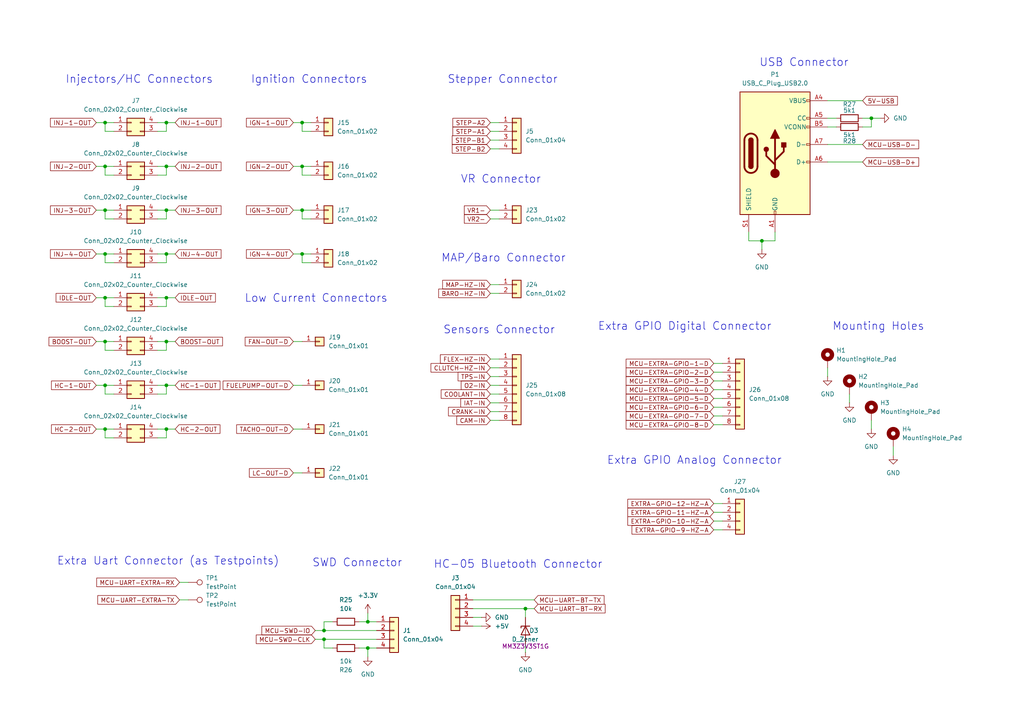
<source format=kicad_sch>
(kicad_sch (version 20250114) (generator "eeschema") (generator_version "9.0")
  (paper "A4")
  (title_block (title "0.4") (date "2021-03-27") (rev "4d") (company "Speeduino"))
  (lib_symbols
    (symbol "Connector:TestPoint" (pin_numbers (hide yes)) (pin_names (offset 0.762) (hide yes))
      (property "Reference" "TP" (at 0 6.858 0))
      (property "Value" "TestPoint" (at 0 5.08 0))
      (symbol "TestPoint_0_1"
        (circle (center 0 3.302) (radius 0.762))
      )
      (symbol "TestPoint_1_1"
        (pin passive line (at 0 0 90) (length 2.54) (name "1") (number "1"))
      )
    )
    (symbol "Connector:USB_C_Plug_USB2.0" (pin_names (offset 1.016))
      (property "Reference" "P" (at -10.16 19.05 0))
      (property "Value" "USB_C_Plug_USB2.0" (at 12.7 19.05 0))
      (symbol "USB_C_Plug_USB2.0_0_0"
        (rectangle (start -0.254 -17.78) (end 0.254 -16.764))
        (rectangle (start 10.16 15.494) (end 9.144 14.986))
        (rectangle (start 10.16 10.414) (end 9.144 9.906))
        (rectangle (start 10.16 7.874) (end 9.144 7.366))
        (rectangle (start 10.16 2.794) (end 9.144 2.286))
        (rectangle (start 10.16 -2.286) (end 9.144 -2.794))
      )
      (symbol "USB_C_Plug_USB2.0_0_1"
        (rectangle (start -10.16 17.78) (end 10.16 -17.78) (stroke (width 0.254)) (fill (type background)))
        (polyline (pts (xy -8.89 -3.81) (xy -8.89 3.81)) (stroke (width 0.508)))
        (rectangle (start -7.62 -3.81) (end -6.35 3.81) (stroke (width 0.254)) (fill (type outline)))
        (arc (start -7.62 3.81) (mid -6.985 4.4423) (end -6.35 3.81) (stroke (width 0.254)))
        (arc (start -7.62 3.81) (mid -6.985 4.4423) (end -6.35 3.81) (stroke (width 0.254)) (fill (type outline)))
        (arc (start -8.89 3.81) (mid -6.985 5.7067) (end -5.08 3.81) (stroke (width 0.508)))
        (arc (start -5.08 -3.81) (mid -6.985 -5.7067) (end -8.89 -3.81) (stroke (width 0.508)))
        (arc (start -6.35 -3.81) (mid -6.985 -4.4423) (end -7.62 -3.81) (stroke (width 0.254)))
        (arc (start -6.35 -3.81) (mid -6.985 -4.4423) (end -7.62 -3.81) (stroke (width 0.254)) (fill (type outline)))
        (polyline (pts (xy -5.08 3.81) (xy -5.08 -3.81)) (stroke (width 0.508)))
        (circle (center -2.54 1.143) (radius 0.635) (stroke (width 0.254)) (fill (type outline)))
        (polyline (pts (xy -1.27 4.318) (xy 0 6.858) (xy 1.27 4.318) (xy -1.27 4.318)) (stroke (width 0.254)) (fill (type outline)))
        (polyline (pts (xy 0 -2.032) (xy 2.54 0.508) (xy 2.54 1.778)) (stroke (width 0.508)))
        (polyline (pts (xy 0 -3.302) (xy -2.54 -0.762) (xy -2.54 0.508)) (stroke (width 0.508)))
        (polyline (pts (xy 0 -5.842) (xy 0 4.318)) (stroke (width 0.508)))
        (circle (center 0 -5.842) (radius 1.27) (fill (type outline)))
        (rectangle (start 1.905 1.778) (end 3.175 3.048) (stroke (width 0.254)) (fill (type outline)))
      )
      (symbol "USB_C_Plug_USB2.0_1_1"
        (pin passive line (at -7.62 -22.86 90) (length 5.08) (name "SHIELD") (number "S1"))
        (pin passive line (at 0 -22.86 90) (length 5.08) (name "GND") (number "A1"))
        (pin passive line (at 0 -22.86 90) (length 5.08) (hide yes) (name "GND") (number "A12"))
        (pin passive line (at 0 -22.86 90) (length 5.08) (hide yes) (name "GND") (number "B1"))
        (pin passive line (at 0 -22.86 90) (length 5.08) (hide yes) (name "GND") (number "B12"))
        (pin passive line (at 15.24 15.24 180) (length 5.08) (name "VBUS") (number "A4"))
        (pin passive line (at 15.24 15.24 180) (length 5.08) (hide yes) (name "VBUS") (number "A9"))
        (pin passive line (at 15.24 15.24 180) (length 5.08) (hide yes) (name "VBUS") (number "B4"))
        (pin passive line (at 15.24 15.24 180) (length 5.08) (hide yes) (name "VBUS") (number "B9"))
        (pin bidirectional line (at 15.24 10.16 180) (length 5.08) (name "CC") (number "A5"))
        (pin bidirectional line (at 15.24 7.62 180) (length 5.08) (name "VCONN") (number "B5"))
        (pin bidirectional line (at 15.24 2.54 180) (length 5.08) (name "D-") (number "A7"))
        (pin bidirectional line (at 15.24 -2.54 180) (length 5.08) (name "D+") (number "A6"))
      )
    )
    (symbol "Connector_Generic:Conn_01x01" (pin_names (offset 1.016) (hide yes))
      (property "Reference" "J" (at 0 2.54 0))
      (property "Value" "Conn_01x01" (at 0 -2.54 0))
      (symbol "Conn_01x01_1_1"
        (rectangle (start -1.27 1.27) (end 1.27 -1.27) (stroke (width 0.254)) (fill (type background)))
        (rectangle (start -1.27 0.127) (end 0 -0.127) (stroke (width 0.1524)))
        (pin passive line (at -5.08 0 0) (length 3.81) (name "Pin_1") (number "1"))
      )
    )
    (symbol "Connector_Generic:Conn_01x02" (pin_names (offset 1.016) (hide yes))
      (property "Reference" "J" (at 0 2.54 0))
      (property "Value" "Conn_01x02" (at 0 -5.08 0))
      (symbol "Conn_01x02_1_1"
        (rectangle (start -1.27 1.27) (end 1.27 -3.81) (stroke (width 0.254)) (fill (type background)))
        (rectangle (start -1.27 0.127) (end 0 -0.127) (stroke (width 0.1524)))
        (rectangle (start -1.27 -2.413) (end 0 -2.667) (stroke (width 0.1524)))
        (pin passive line (at -5.08 0 0) (length 3.81) (name "Pin_1") (number "1"))
        (pin passive line (at -5.08 -2.54 0) (length 3.81) (name "Pin_2") (number "2"))
      )
    )
    (symbol "Connector_Generic:Conn_01x04" (pin_names (offset 1.016) (hide yes))
      (property "Reference" "J" (at 0 5.08 0))
      (property "Value" "Conn_01x04" (at 0 -7.62 0))
      (symbol "Conn_01x04_1_1"
        (rectangle (start -1.27 3.81) (end 1.27 -6.35) (stroke (width 0.254)) (fill (type background)))
        (rectangle (start -1.27 2.667) (end 0 2.413) (stroke (width 0.1524)))
        (rectangle (start -1.27 0.127) (end 0 -0.127) (stroke (width 0.1524)))
        (rectangle (start -1.27 -2.413) (end 0 -2.667) (stroke (width 0.1524)))
        (rectangle (start -1.27 -4.953) (end 0 -5.207) (stroke (width 0.1524)))
        (pin passive line (at -5.08 2.54 0) (length 3.81) (name "Pin_1") (number "1"))
        (pin passive line (at -5.08 0 0) (length 3.81) (name "Pin_2") (number "2"))
        (pin passive line (at -5.08 -2.54 0) (length 3.81) (name "Pin_3") (number "3"))
        (pin passive line (at -5.08 -5.08 0) (length 3.81) (name "Pin_4") (number "4"))
      )
    )
    (symbol "Connector_Generic:Conn_01x08" (pin_names (offset 1.016) (hide yes))
      (property "Reference" "J" (at 0 10.16 0))
      (property "Value" "Conn_01x08" (at 0 -12.7 0))
      (symbol "Conn_01x08_1_1"
        (rectangle (start -1.27 8.89) (end 1.27 -11.43) (stroke (width 0.254)) (fill (type background)))
        (rectangle (start -1.27 7.747) (end 0 7.493) (stroke (width 0.1524)))
        (rectangle (start -1.27 5.207) (end 0 4.953) (stroke (width 0.1524)))
        (rectangle (start -1.27 2.667) (end 0 2.413) (stroke (width 0.1524)))
        (rectangle (start -1.27 0.127) (end 0 -0.127) (stroke (width 0.1524)))
        (rectangle (start -1.27 -2.413) (end 0 -2.667) (stroke (width 0.1524)))
        (rectangle (start -1.27 -4.953) (end 0 -5.207) (stroke (width 0.1524)))
        (rectangle (start -1.27 -7.493) (end 0 -7.747) (stroke (width 0.1524)))
        (rectangle (start -1.27 -10.033) (end 0 -10.287) (stroke (width 0.1524)))
        (pin passive line (at -5.08 7.62 0) (length 3.81) (name "Pin_1") (number "1"))
        (pin passive line (at -5.08 5.08 0) (length 3.81) (name "Pin_2") (number "2"))
        (pin passive line (at -5.08 2.54 0) (length 3.81) (name "Pin_3") (number "3"))
        (pin passive line (at -5.08 0 0) (length 3.81) (name "Pin_4") (number "4"))
        (pin passive line (at -5.08 -2.54 0) (length 3.81) (name "Pin_5") (number "5"))
        (pin passive line (at -5.08 -5.08 0) (length 3.81) (name "Pin_6") (number "6"))
        (pin passive line (at -5.08 -7.62 0) (length 3.81) (name "Pin_7") (number "7"))
        (pin passive line (at -5.08 -10.16 0) (length 3.81) (name "Pin_8") (number "8"))
      )
    )
    (symbol "Connector_Generic:Conn_02x02_Counter_Clockwise" (pin_names (offset 1.016) (hide yes))
      (property "Reference" "J" (at 1.27 2.54 0))
      (property "Value" "Conn_02x02_Counter_Clockwise" (at 1.27 -5.08 0))
      (symbol "Conn_02x02_Counter_Clockwise_1_1"
        (rectangle (start -1.27 1.27) (end 3.81 -3.81) (stroke (width 0.254)) (fill (type background)))
        (rectangle (start -1.27 0.127) (end 0 -0.127) (stroke (width 0.1524)))
        (rectangle (start -1.27 -2.413) (end 0 -2.667) (stroke (width 0.1524)))
        (rectangle (start 3.81 0.127) (end 2.54 -0.127) (stroke (width 0.1524)))
        (rectangle (start 3.81 -2.413) (end 2.54 -2.667) (stroke (width 0.1524)))
        (pin passive line (at -5.08 0 0) (length 3.81) (name "Pin_1") (number "1"))
        (pin passive line (at -5.08 -2.54 0) (length 3.81) (name "Pin_2") (number "2"))
        (pin passive line (at 7.62 0 180) (length 3.81) (name "Pin_4") (number "4"))
        (pin passive line (at 7.62 -2.54 180) (length 3.81) (name "Pin_3") (number "3"))
      )
    )
    (symbol "Device:D_Zener" (pin_numbers (hide yes)) (pin_names (offset 1.016) (hide yes))
      (property "Reference" "D" (at 0 2.54 0))
      (property "Value" "D_Zener" (at 0 -2.54 0))
      (symbol "D_Zener_0_1"
        (polyline (pts (xy -1.27 -1.27) (xy -1.27 1.27) (xy -0.762 1.27)) (stroke (width 0.254)))
        (polyline (pts (xy 1.27 0) (xy -1.27 0)))
        (polyline (pts (xy 1.27 -1.27) (xy 1.27 1.27) (xy -1.27 0) (xy 1.27 -1.27)) (stroke (width 0.254)))
      )
      (symbol "D_Zener_1_1"
        (pin passive line (at -3.81 0 0) (length 2.54) (name "K") (number "1"))
        (pin passive line (at 3.81 0 180) (length 2.54) (name "A") (number "2"))
      )
    )
    (symbol "Device:R" (pin_numbers (hide yes)) (pin_names (offset 0))
      (property "Reference" "R" (at 2.032 0 90))
      (property "Value" "R" (at 0 0 90))
      (symbol "R_0_1"
        (rectangle (start -1.016 -2.54) (end 1.016 2.54) (stroke (width 0.254)))
      )
      (symbol "R_1_1"
        (pin passive line (at 0 3.81 270) (length 1.27) (name "~") (number "1"))
        (pin passive line (at 0 -3.81 90) (length 1.27) (name "~") (number "2"))
      )
    )
    (symbol "Mechanical:MountingHole_Pad" (pin_numbers (hide yes)) (pin_names (offset 1.016) (hide yes)) (in_bom no)
      (property "Reference" "H" (at 0 6.35 0))
      (property "Value" "MountingHole_Pad" (at 0 4.445 0))
      (symbol "MountingHole_Pad_0_1"
        (circle (center 0 1.27) (radius 1.27) (stroke (width 1.27)))
      )
      (symbol "MountingHole_Pad_1_1"
        (pin input line (at 0 -2.54 90) (length 2.54) (name "1") (number "1"))
      )
    )
    (symbol "power:+3.3V" (power) (pin_numbers (hide yes)) (pin_names (offset 0) (hide yes))
      (property "Value" "+3.3V" (at 0 3.556 0))
      (symbol "+3.3V_0_1"
        (polyline (pts (xy -0.762 1.27) (xy 0 2.54)))
        (polyline (pts (xy 0 2.54) (xy 0.762 1.27)))
        (polyline (pts (xy 0 0) (xy 0 2.54)))
      )
      (symbol "+3.3V_1_1"
        (pin power_in line (at 0 0 90) (length 0) (name "~") (number "1"))
      )
    )
    (symbol "power:+5V" (power) (pin_numbers (hide yes)) (pin_names (offset 0) (hide yes))
      (property "Value" "+5V" (at 0 3.556 0))
      (symbol "+5V_0_1"
        (polyline (pts (xy -0.762 1.27) (xy 0 2.54)))
        (polyline (pts (xy 0 2.54) (xy 0.762 1.27)))
        (polyline (pts (xy 0 0) (xy 0 2.54)))
      )
      (symbol "+5V_1_1"
        (pin power_in line (at 0 0 90) (length 0) (name "~") (number "1"))
      )
    )
    (symbol "power:GND" (power) (pin_numbers (hide yes)) (pin_names (offset 0) (hide yes))
      (property "Value" "GND" (at 0 -3.81 0))
      (symbol "GND_0_1"
        (polyline (pts (xy 0 0) (xy 0 -1.27) (xy 1.27 -1.27) (xy 0 -2.54) (xy -1.27 -1.27) (xy 0 -1.27)))
      )
      (symbol "GND_1_1"
        (pin power_in line (at 0 0 270) (length 0) (name "~") (number "1"))
      )
    )
  )
  (text "Extra GPIO Analog Connector" (at 201.422 133.604 0) (effects (font (size 2.286 2.286))))
  (text "Injectors/HC Connectors" (at 40.386 23.114 0) (effects (font (size 2.286 2.286))))
  (text "Stepper Connector" (at 145.796 23.114 0) (effects (font (size 2.286 2.286))))
  (text "Sensors Connector" (at 144.78 95.758 0) (effects (font (size 2.286 2.286))))
  (text "VR Connector" (at 145.288 52.07 0) (effects (font (size 2.286 2.286))))
  (text "Low Current Connectors" (at 91.694 86.614 0) (effects (font (size 2.286 2.286))))
  (text "Extra GPIO Digital Connector" (at 198.628 94.742 0) (effects (font (size 2.286 2.286))))
  (text "Mounting Holes" (at 254.762 94.742 0) (effects (font (size 2.286 2.286))))
  (text "SWD Connector\n" (at 103.632 163.322 0) (effects (font (size 2.286 2.286))))
  (text "MAP/Baro Connector" (at 146.05 74.93 0) (effects (font (size 2.286 2.286))))
  (text "USB Connector" (at 220.218 19.558 0) (effects (font (size 2.286 2.286)) (justify left bottom)))
  (text "Ignition Connectors" (at 89.662 23.114 0) (effects (font (size 2.286 2.286))))
  (text "Extra Uart Connector (as Testpoints)" (at 48.768 162.814 0) (effects (font (size 2.286 2.286))))
  (text "HC-05 Bluetooth Connector" (at 125.73 165.1 0) (effects (font (size 2.286 2.286)) (justify left bottom)))
  (junction (at 87.63 48.26))
  (junction (at 48.26 48.26))
  (junction (at 30.48 60.96))
  (junction (at 48.26 73.66))
  (junction (at 48.26 35.56))
  (junction (at 48.26 124.46))
  (junction (at 30.48 99.06))
  (junction (at 93.98 185.42))
  (junction (at 48.26 111.76))
  (junction (at 30.48 86.36))
  (junction (at 48.26 60.96))
  (junction (at 30.48 73.66))
  (junction (at 30.48 35.56))
  (junction (at 106.68 187.96))
  (junction (at 30.48 48.26))
  (junction (at 220.98 69.85))
  (junction (at 87.63 35.56))
  (junction (at 152.4 176.53))
  (junction (at 87.63 60.96))
  (junction (at 30.48 124.46))
  (junction (at 48.26 86.36))
  (junction (at 93.98 182.88))
  (junction (at 30.48 111.76))
  (junction (at 252.73 34.29))
  (junction (at 87.63 73.66))
  (junction (at 106.68 180.34))
  (junction (at 48.26 99.06))
  (wire (pts (xy 87.63 35.56) (xy 87.63 38.1)))
  (wire (pts (xy 33.02 76.2) (xy 30.48 76.2)))
  (wire (pts (xy 142.24 85.09) (xy 144.78 85.09)))
  (wire (pts (xy 207.01 118.11) (xy 209.55 118.11)))
  (wire (pts (xy 224.79 67.31) (xy 224.79 69.85)))
  (wire (pts (xy 30.48 73.66) (xy 30.48 76.2)))
  (wire (pts (xy 240.03 46.99) (xy 250.19 46.99)))
  (wire (pts (xy 30.48 124.46) (xy 33.02 124.46)))
  (wire (pts (xy 48.26 48.26) (xy 50.8 48.26)))
  (wire (pts (xy 33.02 101.6) (xy 30.48 101.6)))
  (wire (pts (xy 142.24 63.5) (xy 144.78 63.5)))
  (wire (pts (xy 48.26 35.56) (xy 50.8 35.56)))
  (wire (pts (xy 33.02 38.1) (xy 30.48 38.1)))
  (wire (pts (xy 142.24 109.22) (xy 144.78 109.22)))
  (wire (pts (xy 106.68 187.96) (xy 109.22 187.96)))
  (wire (pts (xy 45.72 124.46) (xy 48.26 124.46)))
  (wire (pts (xy 93.98 182.88) (xy 93.98 180.34)))
  (wire (pts (xy 207.01 151.13) (xy 209.55 151.13)))
  (wire (pts (xy 48.26 111.76) (xy 50.8 111.76)))
  (wire (pts (xy 87.63 73.66) (xy 90.17 73.66)))
  (wire (pts (xy 45.72 111.76) (xy 48.26 111.76)))
  (wire (pts (xy 85.09 111.76) (xy 87.63 111.76)))
  (wire (pts (xy 152.4 176.53) (xy 152.4 179.07)))
  (wire (pts (xy 45.72 38.1) (xy 48.26 38.1)))
  (wire (pts (xy 45.72 76.2) (xy 48.26 76.2)))
  (wire (pts (xy 45.72 73.66) (xy 48.26 73.66)))
  (wire (pts (xy 104.14 187.96) (xy 106.68 187.96)))
  (wire (pts (xy 142.24 35.56) (xy 144.78 35.56)))
  (wire (pts (xy 30.48 60.96) (xy 30.48 63.5)))
  (wire (pts (xy 207.01 148.59) (xy 209.55 148.59)))
  (wire (pts (xy 109.22 180.34) (xy 106.68 180.34)))
  (wire (pts (xy 45.72 60.96) (xy 48.26 60.96)))
  (wire (pts (xy 207.01 123.19) (xy 209.55 123.19)))
  (wire (pts (xy 27.94 35.56) (xy 30.48 35.56)))
  (wire (pts (xy 93.98 180.34) (xy 96.52 180.34)))
  (wire (pts (xy 45.72 48.26) (xy 48.26 48.26)))
  (wire (pts (xy 217.17 69.85) (xy 220.98 69.85)))
  (wire (pts (xy 207.01 113.03) (xy 209.55 113.03)))
  (wire (pts (xy 87.63 35.56) (xy 90.17 35.56)))
  (wire (pts (xy 207.01 115.57) (xy 209.55 115.57)))
  (wire (pts (xy 246.38 114.3) (xy 246.38 116.84)))
  (wire (pts (xy 137.16 179.07) (xy 139.7 179.07)))
  (wire (pts (xy 27.94 99.06) (xy 30.48 99.06)))
  (wire (pts (xy 207.01 153.67) (xy 209.55 153.67)))
  (wire (pts (xy 252.73 121.92) (xy 252.73 124.46)))
  (wire (pts (xy 93.98 185.42) (xy 109.22 185.42)))
  (wire (pts (xy 91.44 182.88) (xy 93.98 182.88)))
  (wire (pts (xy 240.03 106.68) (xy 240.03 109.22)))
  (wire (pts (xy 207.01 105.41) (xy 209.55 105.41)))
  (wire (pts (xy 45.72 101.6) (xy 48.26 101.6)))
  (wire (pts (xy 33.02 114.3) (xy 30.48 114.3)))
  (wire (pts (xy 45.72 86.36) (xy 48.26 86.36)))
  (wire (pts (xy 27.94 73.66) (xy 30.48 73.66)))
  (wire (pts (xy 87.63 60.96) (xy 87.63 63.5)))
  (wire (pts (xy 45.72 114.3) (xy 48.26 114.3)))
  (wire (pts (xy 252.73 34.29) (xy 252.73 36.83)))
  (wire (pts (xy 85.09 124.46) (xy 87.63 124.46)))
  (wire (pts (xy 30.48 86.36) (xy 30.48 88.9)))
  (wire (pts (xy 48.26 86.36) (xy 48.26 88.9)))
  (wire (pts (xy 142.24 116.84) (xy 144.78 116.84)))
  (wire (pts (xy 142.24 38.1) (xy 144.78 38.1)))
  (wire (pts (xy 93.98 185.42) (xy 93.98 187.96)))
  (wire (pts (xy 85.09 73.66) (xy 87.63 73.66)))
  (wire (pts (xy 48.26 111.76) (xy 48.26 114.3)))
  (wire (pts (xy 85.09 137.16) (xy 87.63 137.16)))
  (wire (pts (xy 142.24 119.38) (xy 144.78 119.38)))
  (wire (pts (xy 142.24 121.92) (xy 144.78 121.92)))
  (wire (pts (xy 90.17 38.1) (xy 87.63 38.1)))
  (wire (pts (xy 48.26 60.96) (xy 50.8 60.96)))
  (wire (pts (xy 30.48 48.26) (xy 30.48 50.8)))
  (wire (pts (xy 106.68 180.34) (xy 106.68 177.8)))
  (wire (pts (xy 48.26 35.56) (xy 48.26 38.1)))
  (wire (pts (xy 45.72 63.5) (xy 48.26 63.5)))
  (wire (pts (xy 27.94 60.96) (xy 30.48 60.96)))
  (wire (pts (xy 207.01 107.95) (xy 209.55 107.95)))
  (wire (pts (xy 33.02 63.5) (xy 30.48 63.5)))
  (wire (pts (xy 104.14 180.34) (xy 106.68 180.34)))
  (wire (pts (xy 93.98 182.88) (xy 109.22 182.88)))
  (wire (pts (xy 142.24 104.14) (xy 144.78 104.14)))
  (wire (pts (xy 30.48 111.76) (xy 30.48 114.3)))
  (wire (pts (xy 27.94 48.26) (xy 30.48 48.26)))
  (wire (pts (xy 45.72 50.8) (xy 48.26 50.8)))
  (wire (pts (xy 220.98 69.85) (xy 224.79 69.85)))
  (wire (pts (xy 152.4 186.69) (xy 152.4 189.23)))
  (wire (pts (xy 90.17 63.5) (xy 87.63 63.5)))
  (wire (pts (xy 48.26 99.06) (xy 50.8 99.06)))
  (wire (pts (xy 240.03 29.21) (xy 250.19 29.21)))
  (wire (pts (xy 30.48 124.46) (xy 30.48 127)))
  (wire (pts (xy 137.16 176.53) (xy 152.4 176.53)))
  (wire (pts (xy 33.02 88.9) (xy 30.48 88.9)))
  (wire (pts (xy 207.01 146.05) (xy 209.55 146.05)))
  (wire (pts (xy 30.48 60.96) (xy 33.02 60.96)))
  (wire (pts (xy 240.03 41.91) (xy 250.19 41.91)))
  (wire (pts (xy 142.24 111.76) (xy 144.78 111.76)))
  (wire (pts (xy 137.16 181.61) (xy 139.7 181.61)))
  (wire (pts (xy 85.09 35.56) (xy 87.63 35.56)))
  (wire (pts (xy 33.02 50.8) (xy 30.48 50.8)))
  (wire (pts (xy 207.01 110.49) (xy 209.55 110.49)))
  (wire (pts (xy 30.48 73.66) (xy 33.02 73.66)))
  (wire (pts (xy 52.07 173.99) (xy 54.61 173.99)))
  (wire (pts (xy 142.24 40.64) (xy 144.78 40.64)))
  (wire (pts (xy 85.09 99.06) (xy 87.63 99.06)))
  (wire (pts (xy 152.4 176.53) (xy 154.94 176.53)))
  (wire (pts (xy 240.03 34.29) (xy 242.57 34.29)))
  (wire (pts (xy 90.17 50.8) (xy 87.63 50.8)))
  (wire (pts (xy 85.09 60.96) (xy 87.63 60.96)))
  (wire (pts (xy 30.48 35.56) (xy 33.02 35.56)))
  (wire (pts (xy 48.26 86.36) (xy 50.8 86.36)))
  (wire (pts (xy 45.72 35.56) (xy 48.26 35.56)))
  (wire (pts (xy 85.09 48.26) (xy 87.63 48.26)))
  (wire (pts (xy 87.63 48.26) (xy 90.17 48.26)))
  (wire (pts (xy 250.19 34.29) (xy 252.73 34.29)))
  (wire (pts (xy 33.02 127) (xy 30.48 127)))
  (wire (pts (xy 93.98 187.96) (xy 96.52 187.96)))
  (wire (pts (xy 27.94 86.36) (xy 30.48 86.36)))
  (wire (pts (xy 220.98 69.85) (xy 220.98 72.39)))
  (wire (pts (xy 142.24 82.55) (xy 144.78 82.55)))
  (wire (pts (xy 106.68 187.96) (xy 106.68 190.5)))
  (wire (pts (xy 48.26 50.8) (xy 48.26 48.26)))
  (wire (pts (xy 27.94 111.76) (xy 30.48 111.76)))
  (wire (pts (xy 48.26 99.06) (xy 48.26 101.6)))
  (wire (pts (xy 48.26 124.46) (xy 48.26 127)))
  (wire (pts (xy 90.17 76.2) (xy 87.63 76.2)))
  (wire (pts (xy 30.48 86.36) (xy 33.02 86.36)))
  (wire (pts (xy 250.19 36.83) (xy 252.73 36.83)))
  (wire (pts (xy 52.07 168.91) (xy 54.61 168.91)))
  (wire (pts (xy 48.26 73.66) (xy 48.26 76.2)))
  (wire (pts (xy 48.26 124.46) (xy 50.8 124.46)))
  (wire (pts (xy 142.24 114.3) (xy 144.78 114.3)))
  (wire (pts (xy 45.72 127) (xy 48.26 127)))
  (wire (pts (xy 142.24 106.68) (xy 144.78 106.68)))
  (wire (pts (xy 87.63 73.66) (xy 87.63 76.2)))
  (wire (pts (xy 87.63 60.96) (xy 90.17 60.96)))
  (wire (pts (xy 87.63 48.26) (xy 87.63 50.8)))
  (wire (pts (xy 255.27 34.29) (xy 252.73 34.29)))
  (wire (pts (xy 217.17 67.31) (xy 217.17 69.85)))
  (wire (pts (xy 45.72 99.06) (xy 48.26 99.06)))
  (wire (pts (xy 27.94 124.46) (xy 30.48 124.46)))
  (wire (pts (xy 207.01 120.65) (xy 209.55 120.65)))
  (wire (pts (xy 137.16 173.99) (xy 154.94 173.99)))
  (wire (pts (xy 48.26 73.66) (xy 50.8 73.66)))
  (wire (pts (xy 240.03 36.83) (xy 242.57 36.83)))
  (wire (pts (xy 30.48 99.06) (xy 33.02 99.06)))
  (wire (pts (xy 91.44 185.42) (xy 93.98 185.42)))
  (wire (pts (xy 45.72 88.9) (xy 48.26 88.9)))
  (wire (pts (xy 48.26 60.96) (xy 48.26 63.5)))
  (wire (pts (xy 30.48 35.56) (xy 30.48 38.1)))
  (wire (pts (xy 259.08 129.54) (xy 259.08 132.08)))
  (wire (pts (xy 142.24 60.96) (xy 144.78 60.96)))
  (wire (pts (xy 30.48 99.06) (xy 30.48 101.6)))
  (wire (pts (xy 142.24 43.18) (xy 144.78 43.18)))
  (wire (pts (xy 30.48 111.76) (xy 33.02 111.76)))
  (wire (pts (xy 30.48 48.26) (xy 33.02 48.26)))
  (global_label "MCU-SWD-IO" (shape input) (at 91.44 182.88 180) (property "Intersheetrefs" "${INTERSHEET_REFS}" (effects (hide yes))))
  (global_label "INJ-3-OUT" (shape input) (at 27.94 60.96 180) (property "Intersheetrefs" "${INTERSHEET_REFS}" (effects (hide yes))))
  (global_label "EXTRA-GPIO-9-HZ-A" (shape input) (at 207.01 153.67 180) (property "Intersheetrefs" "${INTERSHEET_REFS}" (effects (hide yes))))
  (global_label "EXTRA-GPIO-10-HZ-A" (shape input) (at 207.01 151.13 180) (property "Intersheetrefs" "${INTERSHEET_REFS}" (effects (hide yes))))
  (global_label "IGN-2-OUT" (shape input) (at 85.09 48.26 180) (property "Intersheetrefs" "${INTERSHEET_REFS}" (effects (hide yes))))
  (global_label "HC-1-OUT" (shape input) (at 50.8 111.76 0) (property "Intersheetrefs" "${INTERSHEET_REFS}" (effects (hide yes))))
  (global_label "BOOST-OUT" (shape input) (at 27.94 99.06 180) (property "Intersheetrefs" "${INTERSHEET_REFS}" (effects (hide yes))))
  (global_label "TPS-IN" (shape input) (at 142.24 109.22 180) (property "Intersheetrefs" "${INTERSHEET_REFS}" (effects (hide yes))))
  (global_label "STEP-A2" (shape input) (at 142.24 35.56 180) (property "Intersheetrefs" "${INTERSHEET_REFS}" (effects (hide yes))))
  (global_label "MCU-EXTRA-GPIO-6-D" (shape input) (at 207.01 118.11 180) (property "Intersheetrefs" "${INTERSHEET_REFS}" (effects (hide yes))))
  (global_label "MCU-SWD-CLK" (shape input) (at 91.44 185.42 180) (property "Intersheetrefs" "${INTERSHEET_REFS}" (effects (hide yes))))
  (global_label "HC-2-OUT" (shape input) (at 50.8 124.46 0) (property "Intersheetrefs" "${INTERSHEET_REFS}" (effects (hide yes))))
  (global_label "BOOST-OUT" (shape input) (at 50.8 99.06 0) (property "Intersheetrefs" "${INTERSHEET_REFS}" (effects (hide yes))))
  (global_label "STEP-A1" (shape input) (at 142.24 38.1 180) (property "Intersheetrefs" "${INTERSHEET_REFS}" (effects (hide yes))))
  (global_label "VR2-" (shape input) (at 142.24 63.5 180) (property "Intersheetrefs" "${INTERSHEET_REFS}" (effects (hide yes))))
  (global_label "STEP-B1" (shape input) (at 142.24 40.64 180) (property "Intersheetrefs" "${INTERSHEET_REFS}" (effects (hide yes))))
  (global_label "LC-OUT-D" (shape input) (at 85.09 137.16 180) (property "Intersheetrefs" "${INTERSHEET_REFS}" (effects (hide yes))))
  (global_label "MAP-HZ-IN" (shape input) (at 142.24 82.55 180) (property "Intersheetrefs" "${INTERSHEET_REFS}" (effects (hide yes))))
  (global_label "TACHO-OUT-D" (shape input) (at 85.09 124.46 180) (property "Intersheetrefs" "${INTERSHEET_REFS}" (effects (hide yes))))
  (global_label "HC-2-OUT" (shape input) (at 27.94 124.46 180) (property "Intersheetrefs" "${INTERSHEET_REFS}" (effects (hide yes))))
  (global_label "MCU-EXTRA-GPIO-2-D" (shape input) (at 207.01 107.95 180) (property "Intersheetrefs" "${INTERSHEET_REFS}" (effects (hide yes))))
  (global_label "MCU-EXTRA-GPIO-7-D" (shape input) (at 207.01 120.65 180) (property "Intersheetrefs" "${INTERSHEET_REFS}" (effects (hide yes))))
  (global_label "MCU-EXTRA-GPIO-8-D" (shape input) (at 207.01 123.19 180) (property "Intersheetrefs" "${INTERSHEET_REFS}" (effects (hide yes))))
  (global_label "MCU-EXTRA-GPIO-5-D" (shape input) (at 207.01 115.57 180) (property "Intersheetrefs" "${INTERSHEET_REFS}" (effects (hide yes))))
  (global_label "INJ-4-OUT" (shape input) (at 50.8 73.66 0) (property "Intersheetrefs" "${INTERSHEET_REFS}" (effects (hide yes))))
  (global_label "O2-IN" (shape input) (at 142.24 111.76 180) (property "Intersheetrefs" "${INTERSHEET_REFS}" (effects (hide yes))))
  (global_label "FLEX-HZ-IN" (shape input) (at 142.24 104.14 180) (property "Intersheetrefs" "${INTERSHEET_REFS}" (effects (hide yes))))
  (global_label "INJ-1-OUT" (shape input) (at 27.94 35.56 180) (property "Intersheetrefs" "${INTERSHEET_REFS}" (effects (hide yes))))
  (global_label "HC-1-OUT" (shape input) (at 27.94 111.76 180) (property "Intersheetrefs" "${INTERSHEET_REFS}" (effects (hide yes))))
  (global_label "STEP-B2" (shape input) (at 142.24 43.18 180) (property "Intersheetrefs" "${INTERSHEET_REFS}" (effects (hide yes))))
  (global_label "FUELPUMP-OUT-D" (shape input) (at 85.09 111.76 180) (property "Intersheetrefs" "${INTERSHEET_REFS}" (effects (hide yes))))
  (global_label "MCU-USB-D-" (shape input) (at 250.19 41.91 0) (property "Intersheetrefs" "${INTERSHEET_REFS}" (effects (hide yes))))
  (global_label "INJ-2-OUT" (shape input) (at 27.94 48.26 180) (property "Intersheetrefs" "${INTERSHEET_REFS}" (effects (hide yes))))
  (global_label "MCU-EXTRA-GPIO-3-D" (shape input) (at 207.01 110.49 180) (property "Intersheetrefs" "${INTERSHEET_REFS}" (effects (hide yes))))
  (global_label "MCU-USB-D+" (shape input) (at 250.19 46.99 0) (property "Intersheetrefs" "${INTERSHEET_REFS}" (effects (hide yes))))
  (global_label "COOLANT-IN" (shape input) (at 142.24 114.3 180) (property "Intersheetrefs" "${INTERSHEET_REFS}" (effects (hide yes))))
  (global_label "INJ-4-OUT" (shape input) (at 27.94 73.66 180) (property "Intersheetrefs" "${INTERSHEET_REFS}" (effects (hide yes))))
  (global_label "MCU-UART-EXTRA-TX" (shape input) (at 52.07 173.99 180) (property "Intersheetrefs" "${INTERSHEET_REFS}" (effects (hide yes))))
  (global_label "CAM-IN" (shape input) (at 142.24 121.92 180) (property "Intersheetrefs" "${INTERSHEET_REFS}" (effects (hide yes))))
  (global_label "MCU-UART-EXTRA-RX" (shape input) (at 52.07 168.91 180) (property "Intersheetrefs" "${INTERSHEET_REFS}" (effects (hide yes))))
  (global_label "5V-USB" (shape input) (at 250.19 29.21 0) (property "Intersheetrefs" "${INTERSHEET_REFS}" (effects (hide yes))))
  (global_label "IDLE-OUT" (shape input) (at 50.8 86.36 0) (property "Intersheetrefs" "${INTERSHEET_REFS}" (effects (hide yes))))
  (global_label "INJ-2-OUT" (shape input) (at 50.8 48.26 0) (property "Intersheetrefs" "${INTERSHEET_REFS}" (effects (hide yes))))
  (global_label "MCU-UART-BT-TX" (shape input) (at 154.94 173.99 0) (property "Intersheetrefs" "${INTERSHEET_REFS}" (effects (hide yes))))
  (global_label "IAT-IN" (shape input) (at 142.24 116.84 180) (property "Intersheetrefs" "${INTERSHEET_REFS}" (effects (hide yes))))
  (global_label "IGN-4-OUT" (shape input) (at 85.09 73.66 180) (property "Intersheetrefs" "${INTERSHEET_REFS}" (effects (hide yes))))
  (global_label "IDLE-OUT" (shape input) (at 27.94 86.36 180) (property "Intersheetrefs" "${INTERSHEET_REFS}" (effects (hide yes))))
  (global_label "INJ-1-OUT" (shape input) (at 50.8 35.56 0) (property "Intersheetrefs" "${INTERSHEET_REFS}" (effects (hide yes))))
  (global_label "CRANK-IN" (shape input) (at 142.24 119.38 180) (property "Intersheetrefs" "${INTERSHEET_REFS}" (effects (hide yes))))
  (global_label "INJ-3-OUT" (shape input) (at 50.8 60.96 0) (property "Intersheetrefs" "${INTERSHEET_REFS}" (effects (hide yes))))
  (global_label "MCU-EXTRA-GPIO-4-D" (shape input) (at 207.01 113.03 180) (property "Intersheetrefs" "${INTERSHEET_REFS}" (effects (hide yes))))
  (global_label "CLUTCH-HZ-IN" (shape input) (at 142.24 106.68 180) (property "Intersheetrefs" "${INTERSHEET_REFS}" (effects (hide yes))))
  (global_label "MCU-UART-BT-RX" (shape input) (at 154.94 176.53 0) (property "Intersheetrefs" "${INTERSHEET_REFS}" (effects (hide yes))))
  (global_label "MCU-EXTRA-GPIO-1-D" (shape input) (at 207.01 105.41 180) (property "Intersheetrefs" "${INTERSHEET_REFS}" (effects (hide yes))))
  (global_label "EXTRA-GPIO-12-HZ-A" (shape input) (at 207.01 146.05 180) (property "Intersheetrefs" "${INTERSHEET_REFS}" (effects (hide yes))))
  (global_label "EXTRA-GPIO-11-HZ-A" (shape input) (at 207.01 148.59 180) (property "Intersheetrefs" "${INTERSHEET_REFS}" (effects (hide yes))))
  (global_label "FAN-OUT-D" (shape input) (at 85.09 99.06 180) (property "Intersheetrefs" "${INTERSHEET_REFS}" (effects (hide yes))))
  (global_label "IGN-1-OUT" (shape input) (at 85.09 35.56 180) (property "Intersheetrefs" "${INTERSHEET_REFS}" (effects (hide yes))))
  (global_label "IGN-3-OUT" (shape input) (at 85.09 60.96 180) (property "Intersheetrefs" "${INTERSHEET_REFS}" (effects (hide yes))))
  (global_label "VR1-" (shape input) (at 142.24 60.96 180) (property "Intersheetrefs" "${INTERSHEET_REFS}" (effects (hide yes))))
  (global_label "BARO-HZ-IN" (shape input) (at 142.24 85.09 180) (property "Intersheetrefs" "${INTERSHEET_REFS}" (effects (hide yes))))
  (symbol (lib_id "power:GND") (at 252.73 124.46 0) (unit 1)
    (property "Reference" "#PWR019" (effects (hide yes)))
    (property "Value" "GND" (at 252.73 129.54 0))
    (property "Description" "Power symbol creates a global label with name \"GND\" , ground" (effects (hide yes)))
  )
  (symbol (lib_id "Mechanical:MountingHole_Pad") (at 240.03 104.14 0) (unit 1) (in_bom no)
    (property "Reference" "H1" (at 242.57 101.5999 0) (effects (justify left)))
    (property "Value" "MountingHole_Pad" (at 242.57 104.1399 0) (effects (justify left)))
    (property "Footprint" "MountingHole:MountingHole_4mm_Pad" (effects (hide yes)))
    (property "Description" "Mounting Hole with connection" (effects (hide yes)))
  )
  (symbol (lib_id "Connector_Generic:Conn_01x04") (at 149.86 38.1 0) (unit 1)
    (property "Reference" "J5" (at 152.4 38.0999 0) (effects (justify left)))
    (property "Value" "Conn_01x04" (at 152.4 40.6399 0) (effects (justify left)))
    (property "Footprint" "Connector_PinHeader_2.54mm:PinHeader_1x04_P2.54mm_Vertical" (effects (hide yes)))
    (property "Description" "Generic connector, single row, 01x04, script generated (kicad-library-utils/schlib/autogen/connector/)" (effects (hide yes)))
  )
  (symbol (lib_id "Connector_Generic:Conn_02x02_Counter_Clockwise") (at 38.1 73.66 0) (unit 1)
    (property "Reference" "J10" (at 39.37 67.31 0))
    (property "Value" "Conn_02x02_Counter_Clockwise" (at 39.37 69.85 0))
    (property "Footprint" "Connector_PinHeader_2.54mm:PinHeader_2x02_P2.54mm_Vertical" (effects (hide yes)))
    (property "Description" "Generic connector, double row, 02x02, counter clockwise pin numbering scheme (similar to DIP package numbering), script generated (kicad-library-utils/schlib/autogen/connector/)" (effects (hide yes)))
  )
  (symbol (lib_id "Connector:TestPoint") (at 54.61 168.91 270) (unit 1)
    (property "Reference" "TP1" (at 59.69 167.6399 90) (effects (justify left)))
    (property "Value" "TestPoint" (at 59.69 170.1799 90) (effects (justify left)))
    (property "Footprint" "TestPoint:TestPoint_Pad_D1.0mm" (effects (hide yes)))
    (property "Description" "test point" (effects (hide yes)))
  )
  (symbol (lib_id "Connector_Generic:Conn_01x02") (at 149.86 82.55 0) (unit 1)
    (property "Reference" "J24" (at 152.4 82.5499 0) (effects (justify left)))
    (property "Value" "Conn_01x02" (at 152.4 85.0899 0) (effects (justify left)))
    (property "Footprint" "Connector_PinHeader_2.54mm:PinHeader_1x02_P2.54mm_Vertical" (effects (hide yes)))
    (property "Description" "Generic connector, single row, 01x02, script generated (kicad-library-utils/schlib/autogen/connector/)" (effects (hide yes)))
  )
  (symbol (lib_id "power:GND") (at 152.4 189.23 0) (unit 1)
    (property "Reference" "#PWR051" (effects (hide yes)))
    (property "Value" "GND" (at 152.4 194.31 0))
    (property "Description" "Power symbol creates a global label with name \"GND\" , ground" (effects (hide yes)))
  )
  (symbol (lib_id "Connector_Generic:Conn_02x02_Counter_Clockwise") (at 38.1 48.26 0) (unit 1)
    (property "Reference" "J8" (at 39.37 41.91 0))
    (property "Value" "Conn_02x02_Counter_Clockwise" (at 39.37 44.45 0))
    (property "Footprint" "Connector_PinHeader_2.54mm:PinHeader_2x02_P2.54mm_Vertical" (effects (hide yes)))
    (property "Description" "Generic connector, double row, 02x02, counter clockwise pin numbering scheme (similar to DIP package numbering), script generated (kicad-library-utils/schlib/autogen/connector/)" (effects (hide yes)))
  )
  (symbol (lib_id "Connector_Generic:Conn_01x02") (at 95.25 60.96 0) (unit 1)
    (property "Reference" "J17" (at 97.79 60.9599 0) (effects (justify left)))
    (property "Value" "Conn_01x02" (at 97.79 63.4999 0) (effects (justify left)))
    (property "Footprint" "Connector_PinHeader_2.54mm:PinHeader_1x02_P2.54mm_Vertical" (effects (hide yes)))
    (property "Description" "Generic connector, single row, 01x02, script generated (kicad-library-utils/schlib/autogen/connector/)" (effects (hide yes)))
  )
  (symbol (lib_id "Connector_Generic:Conn_01x02") (at 149.86 60.96 0) (unit 1)
    (property "Reference" "J23" (at 152.4 60.9599 0) (effects (justify left)))
    (property "Value" "Conn_01x02" (at 152.4 63.4999 0) (effects (justify left)))
    (property "Footprint" "Connector_PinHeader_2.54mm:PinHeader_1x02_P2.54mm_Vertical" (effects (hide yes)))
    (property "Description" "Generic connector, single row, 01x02, script generated (kicad-library-utils/schlib/autogen/connector/)" (effects (hide yes)))
  )
  (symbol (lib_id "power:GND") (at 255.27 34.29 90) (unit 1)
    (property "Reference" "#PWR0106" (effects (hide yes)))
    (property "Value" "GND" (at 259.08 34.2899 90) (effects (justify right)))
    (property "Description" "Power symbol creates a global label with name \"GND\" , ground" (effects (hide yes)))
  )
  (symbol (lib_id "Device:R") (at 246.38 34.29 90) (unit 1)
    (property "Reference" "R27" (at 246.38 30.226 90))
    (property "Value" "5k1" (at 246.38 32.004 90))
    (property "Footprint" "Resistor_SMD:R_0805_2012Metric" (effects (hide yes)))
    (property "Description" "Resistor" (effects (hide yes)))
  )
  (symbol (lib_id "Connector_Generic:Conn_01x01") (at 92.71 137.16 0) (unit 1)
    (property "Reference" "J22" (at 95.25 135.8899 0) (effects (justify left)))
    (property "Value" "Conn_01x01" (at 95.25 138.4299 0) (effects (justify left)))
    (property "Footprint" "Connector_PinHeader_2.54mm:PinHeader_1x01_P2.54mm_Vertical" (effects (hide yes)))
    (property "Description" "Generic connector, single row, 01x01, script generated (kicad-library-utils/schlib/autogen/connector/)" (effects (hide yes)))
  )
  (symbol (lib_id "Connector_Generic:Conn_01x02") (at 95.25 35.56 0) (unit 1)
    (property "Reference" "J15" (at 97.79 35.5599 0) (effects (justify left)))
    (property "Value" "Conn_01x02" (at 97.79 38.0999 0) (effects (justify left)))
    (property "Footprint" "Connector_PinHeader_2.54mm:PinHeader_1x02_P2.54mm_Vertical" (effects (hide yes)))
    (property "Description" "Generic connector, single row, 01x02, script generated (kicad-library-utils/schlib/autogen/connector/)" (effects (hide yes)))
  )
  (symbol (lib_id "power:GND") (at 106.68 190.5 0) (unit 1)
    (property "Reference" "#PWR0105" (effects (hide yes)))
    (property "Value" "GND" (at 106.68 195.58 0))
    (property "Description" "Power symbol creates a global label with name \"GND\" , ground" (effects (hide yes)))
  )
  (symbol (lib_id "Connector_Generic:Conn_01x01") (at 92.71 99.06 0) (unit 1)
    (property "Reference" "J19" (at 95.25 97.7899 0) (effects (justify left)))
    (property "Value" "Conn_01x01" (at 95.25 100.3299 0) (effects (justify left)))
    (property "Footprint" "Connector_PinHeader_2.54mm:PinHeader_1x01_P2.54mm_Vertical" (effects (hide yes)))
    (property "Description" "Generic connector, single row, 01x01, script generated (kicad-library-utils/schlib/autogen/connector/)" (effects (hide yes)))
  )
  (symbol (lib_id "Connector_Generic:Conn_02x02_Counter_Clockwise") (at 38.1 124.46 0) (unit 1)
    (property "Reference" "J14" (at 39.37 118.11 0))
    (property "Value" "Conn_02x02_Counter_Clockwise" (at 39.37 120.65 0))
    (property "Footprint" "Connector_PinHeader_2.54mm:PinHeader_2x02_P2.54mm_Vertical" (effects (hide yes)))
    (property "Description" "Generic connector, double row, 02x02, counter clockwise pin numbering scheme (similar to DIP package numbering), script generated (kicad-library-utils/schlib/autogen/connector/)" (effects (hide yes)))
  )
  (symbol (lib_id "Mechanical:MountingHole_Pad") (at 246.38 111.76 0) (unit 1) (in_bom no)
    (property "Reference" "H2" (at 248.92 109.2199 0) (effects (justify left)))
    (property "Value" "MountingHole_Pad" (at 248.92 111.7599 0) (effects (justify left)))
    (property "Footprint" "MountingHole:MountingHole_4mm_Pad" (effects (hide yes)))
    (property "Description" "Mounting Hole with connection" (effects (hide yes)))
  )
  (symbol (lib_id "Connector_Generic:Conn_02x02_Counter_Clockwise") (at 38.1 99.06 0) (unit 1)
    (property "Reference" "J12" (at 39.37 92.71 0))
    (property "Value" "Conn_02x02_Counter_Clockwise" (at 39.37 95.25 0))
    (property "Footprint" "Connector_PinHeader_2.54mm:PinHeader_2x02_P2.54mm_Vertical" (effects (hide yes)))
    (property "Description" "Generic connector, double row, 02x02, counter clockwise pin numbering scheme (similar to DIP package numbering), script generated (kicad-library-utils/schlib/autogen/connector/)" (effects (hide yes)))
  )
  (symbol (lib_id "Device:R") (at 100.33 180.34 90) (unit 1)
    (property "Reference" "R25" (at 100.33 173.99 90))
    (property "Value" "10k" (at 100.33 176.53 90))
    (property "Footprint" "Resistor_SMD:R_0805_2012Metric" (effects (hide yes)))
    (property "Description" "Resistor" (effects (hide yes)))
  )
  (symbol (lib_id "Connector_Generic:Conn_02x02_Counter_Clockwise") (at 38.1 35.56 0) (unit 1)
    (property "Reference" "J7" (at 39.37 29.21 0))
    (property "Value" "Conn_02x02_Counter_Clockwise" (at 39.37 31.75 0))
    (property "Footprint" "Connector_PinHeader_2.54mm:PinHeader_2x02_P2.54mm_Vertical" (effects (hide yes)))
    (property "Description" "Generic connector, double row, 02x02, counter clockwise pin numbering scheme (similar to DIP package numbering), script generated (kicad-library-utils/schlib/autogen/connector/)" (effects (hide yes)))
  )
  (symbol (lib_id "power:+3.3V") (at 106.68 177.8 0) (unit 1)
    (property "Reference" "#PWR0104" (effects (hide yes)))
    (property "Value" "+3.3V" (at 106.68 172.72 0))
    (property "Description" "Power symbol creates a global label with name \"+3.3V\"" (effects (hide yes)))
  )
  (symbol (lib_id "power:+5V") (at 139.7 181.61 270) (unit 1)
    (property "Reference" "#PWR0166" (effects (hide yes)))
    (property "Value" "+5V" (at 143.51 181.6099 90) (effects (justify left)))
    (property "Description" "Power symbol creates a global label with name \"+5V\"" (effects (hide yes)))
  )
  (symbol (lib_id "Connector_Generic:Conn_01x04") (at 114.3 182.88 0) (unit 1)
    (property "Reference" "J1" (at 116.84 182.8799 0) (effects (justify left)))
    (property "Value" "Conn_01x04" (at 116.84 185.4199 0) (effects (justify left)))
    (property "Footprint" "Connector_PinHeader_2.54mm:PinHeader_1x04_P2.54mm_Vertical" (effects (hide yes)))
    (property "Description" "Generic connector, single row, 01x04, script generated (kicad-library-utils/schlib/autogen/connector/)" (effects (hide yes)))
  )
  (symbol (lib_id "Connector_Generic:Conn_02x02_Counter_Clockwise") (at 38.1 111.76 0) (unit 1)
    (property "Reference" "J13" (at 39.37 105.41 0))
    (property "Value" "Conn_02x02_Counter_Clockwise" (at 39.37 107.95 0))
    (property "Footprint" "Connector_PinHeader_2.54mm:PinHeader_2x02_P2.54mm_Vertical" (effects (hide yes)))
    (property "Description" "Generic connector, double row, 02x02, counter clockwise pin numbering scheme (similar to DIP package numbering), script generated (kicad-library-utils/schlib/autogen/connector/)" (effects (hide yes)))
  )
  (symbol (lib_id "power:GND") (at 240.03 109.22 0) (unit 1)
    (property "Reference" "#PWR014" (effects (hide yes)))
    (property "Value" "GND" (at 240.03 114.3 0))
    (property "Description" "Power symbol creates a global label with name \"GND\" , ground" (effects (hide yes)))
  )
  (symbol (lib_id "Device:R") (at 246.38 36.83 270) (mirror x) (unit 1)
    (property "Reference" "R28" (at 246.38 40.894 90))
    (property "Value" "5k1" (at 246.38 39.116 90))
    (property "Footprint" "Resistor_SMD:R_0805_2012Metric" (effects (hide yes)))
    (property "Description" "Resistor" (effects (hide yes)))
  )
  (symbol (lib_id "Connector_Generic:Conn_01x02") (at 95.25 73.66 0) (unit 1)
    (property "Reference" "J18" (at 97.79 73.6599 0) (effects (justify left)))
    (property "Value" "Conn_01x02" (at 97.79 76.1999 0) (effects (justify left)))
    (property "Footprint" "Connector_PinHeader_2.54mm:PinHeader_1x02_P2.54mm_Vertical" (effects (hide yes)))
    (property "Description" "Generic connector, single row, 01x02, script generated (kicad-library-utils/schlib/autogen/connector/)" (effects (hide yes)))
  )
  (symbol (lib_id "Mechanical:MountingHole_Pad") (at 259.08 127 0) (unit 1) (in_bom no)
    (property "Reference" "H4" (at 261.62 124.4599 0) (effects (justify left)))
    (property "Value" "MountingHole_Pad" (at 261.62 126.9999 0) (effects (justify left)))
    (property "Footprint" "MountingHole:MountingHole_4mm_Pad" (effects (hide yes)))
    (property "Description" "Mounting Hole with connection" (effects (hide yes)))
  )
  (symbol (lib_id "power:GND") (at 139.7 179.07 90) (unit 1)
    (property "Reference" "#PWR0167" (effects (hide yes)))
    (property "Value" "GND" (at 143.51 179.0699 90) (effects (justify right)))
    (property "Description" "Power symbol creates a global label with name \"GND\" , ground" (effects (hide yes)))
  )
  (symbol (lib_id "Device:D_Zener") (at 152.4 182.88 90) (mirror x) (unit 1)
    (property "Reference" "D3" (at 156.21 182.88 90) (effects (justify left)))
    (property "Value" "D_Zener" (at 156.21 185.42 90) (effects (justify left)))
    (property "Footprint" "Diode_SMD:D_SOD-323" (effects (hide yes)))
    (property "Part #" "MM3Z3V3ST1G" (at 159.258 187.452 90) (effects (justify left)))
    (property "Digikey Part Number" "MM3Z5V1ST1GOSCT-ND" (effects (hide yes)))
    (property "Manufacturer_Name" "On Semi" (effects (hide yes)))
    (property "Manufacturer_Part_Number" "MM3Z5V1ST1G" (effects (hide yes)))
    (property "URL" "https://www.digikey.com/product-detail/en/on-semiconductor/MM3Z5V1ST1G/MM3Z5V1ST1GOSCT-ND/964547" (effects (hide yes)))
  )
  (symbol (lib_id "Connector:TestPoint") (at 54.61 173.99 270) (unit 1)
    (property "Reference" "TP2" (at 59.69 172.7199 90) (effects (justify left)))
    (property "Value" "TestPoint" (at 59.69 175.2599 90) (effects (justify left)))
    (property "Footprint" "TestPoint:TestPoint_Pad_D1.0mm" (effects (hide yes)))
    (property "Description" "test point" (effects (hide yes)))
  )
  (symbol (lib_id "Connector_Generic:Conn_01x04") (at 214.63 148.59 0) (unit 1)
    (property "Reference" "J27" (at 214.63 139.7 0))
    (property "Value" "Conn_01x04" (at 214.63 142.24 0))
    (property "Footprint" "Connector_PinHeader_2.54mm:PinHeader_1x04_P2.54mm_Vertical" (effects (hide yes)))
    (property "Description" "Generic connector, single row, 01x04, script generated (kicad-library-utils/schlib/autogen/connector/)" (effects (hide yes)))
  )
  (symbol (lib_id "Connector_Generic:Conn_01x08") (at 149.86 111.76 0) (unit 1)
    (property "Reference" "J25" (at 152.4 111.7599 0) (effects (justify left)))
    (property "Value" "Conn_01x08" (at 152.4 114.2999 0) (effects (justify left)))
    (property "Footprint" "Connector_PinHeader_2.54mm:PinHeader_1x08_P2.54mm_Vertical" (effects (hide yes)))
    (property "Description" "Generic connector, single row, 01x08, script generated (kicad-library-utils/schlib/autogen/connector/)" (effects (hide yes)))
  )
  (symbol (lib_id "Connector:USB_C_Plug_USB2.0") (at 224.79 44.45 0) (unit 1)
    (property "Reference" "P1" (at 224.79 21.59 0))
    (property "Value" "USB_C_Plug_USB2.0" (at 224.79 24.13 0))
    (property "Footprint" "Connector_USB:USB_C_Receptacle_Palconn_UTC16-G" (effects (hide yes)))
    (property "Datasheet" "https://www.usb.org/sites/default/files/documents/usb_type-c.zip" (effects (hide yes)))
    (property "Description" "USB 2.0-only Type-C Plug connector" (effects (hide yes)))
  )
  (symbol (lib_id "power:GND") (at 259.08 132.08 0) (unit 1)
    (property "Reference" "#PWR020" (effects (hide yes)))
    (property "Value" "GND" (at 259.08 137.16 0))
    (property "Description" "Power symbol creates a global label with name \"GND\" , ground" (effects (hide yes)))
  )
  (symbol (lib_id "Connector_Generic:Conn_01x02") (at 95.25 48.26 0) (unit 1)
    (property "Reference" "J16" (at 97.79 48.2599 0) (effects (justify left)))
    (property "Value" "Conn_01x02" (at 97.79 50.7999 0) (effects (justify left)))
    (property "Footprint" "Connector_PinHeader_2.54mm:PinHeader_1x02_P2.54mm_Vertical" (effects (hide yes)))
    (property "Description" "Generic connector, single row, 01x02, script generated (kicad-library-utils/schlib/autogen/connector/)" (effects (hide yes)))
  )
  (symbol (lib_id "Connector_Generic:Conn_01x04") (at 132.08 176.53 0) (mirror y) (unit 1)
    (property "Reference" "J3" (at 132.08 167.64 0))
    (property "Value" "Conn_01x04" (at 132.08 170.18 0))
    (property "Footprint" "Connector_PinHeader_2.54mm:PinHeader_1x04_P2.54mm_Vertical" (effects (hide yes)))
    (property "Description" "Generic connector, single row, 01x04, script generated (kicad-library-utils/schlib/autogen/connector/)" (effects (hide yes)))
  )
  (symbol (lib_id "power:GND") (at 220.98 72.39 0) (unit 1)
    (property "Reference" "#PWR0130" (effects (hide yes)))
    (property "Value" "GND" (at 220.98 77.47 0))
    (property "Description" "Power symbol creates a global label with name \"GND\" , ground" (effects (hide yes)))
  )
  (symbol (lib_id "Connector_Generic:Conn_02x02_Counter_Clockwise") (at 38.1 86.36 0) (unit 1)
    (property "Reference" "J11" (at 39.37 80.01 0))
    (property "Value" "Conn_02x02_Counter_Clockwise" (at 39.37 82.55 0))
    (property "Footprint" "Connector_PinHeader_2.54mm:PinHeader_2x02_P2.54mm_Vertical" (effects (hide yes)))
    (property "Description" "Generic connector, double row, 02x02, counter clockwise pin numbering scheme (similar to DIP package numbering), script generated (kicad-library-utils/schlib/autogen/connector/)" (effects (hide yes)))
  )
  (symbol (lib_id "Connector_Generic:Conn_01x08") (at 214.63 113.03 0) (unit 1)
    (property "Reference" "J26" (at 217.17 113.0299 0) (effects (justify left)))
    (property "Value" "Conn_01x08" (at 217.17 115.5699 0) (effects (justify left)))
    (property "Footprint" "Connector_PinHeader_2.54mm:PinHeader_1x08_P2.54mm_Vertical" (effects (hide yes)))
    (property "Description" "Generic connector, single row, 01x08, script generated (kicad-library-utils/schlib/autogen/connector/)" (effects (hide yes)))
  )
  (symbol (lib_id "Device:R") (at 100.33 187.96 90) (mirror x) (unit 1)
    (property "Reference" "R26" (at 100.33 194.31 90))
    (property "Value" "10k" (at 100.33 191.77 90))
    (property "Footprint" "Resistor_SMD:R_0805_2012Metric" (effects (hide yes)))
    (property "Description" "Resistor" (effects (hide yes)))
  )
  (symbol (lib_id "Connector_Generic:Conn_01x01") (at 92.71 111.76 0) (unit 1)
    (property "Reference" "J20" (at 95.25 110.4899 0) (effects (justify left)))
    (property "Value" "Conn_01x01" (at 95.25 113.0299 0) (effects (justify left)))
    (property "Footprint" "Connector_PinHeader_2.54mm:PinHeader_1x01_P2.54mm_Vertical" (effects (hide yes)))
    (property "Description" "Generic connector, single row, 01x01, script generated (kicad-library-utils/schlib/autogen/connector/)" (effects (hide yes)))
  )
  (symbol (lib_id "Mechanical:MountingHole_Pad") (at 252.73 119.38 0) (unit 1) (in_bom no)
    (property "Reference" "H3" (at 255.27 116.8399 0) (effects (justify left)))
    (property "Value" "MountingHole_Pad" (at 255.27 119.3799 0) (effects (justify left)))
    (property "Footprint" "MountingHole:MountingHole_4mm_Pad" (effects (hide yes)))
    (property "Description" "Mounting Hole with connection" (effects (hide yes)))
  )
  (symbol (lib_id "Connector_Generic:Conn_02x02_Counter_Clockwise") (at 38.1 60.96 0) (unit 1)
    (property "Reference" "J9" (at 39.37 54.61 0))
    (property "Value" "Conn_02x02_Counter_Clockwise" (at 39.37 57.15 0))
    (property "Footprint" "Connector_PinHeader_2.54mm:PinHeader_2x02_P2.54mm_Vertical" (effects (hide yes)))
    (property "Description" "Generic connector, double row, 02x02, counter clockwise pin numbering scheme (similar to DIP package numbering), script generated (kicad-library-utils/schlib/autogen/connector/)" (effects (hide yes)))
  )
  (symbol (lib_id "Connector_Generic:Conn_01x01") (at 92.71 124.46 0) (unit 1)
    (property "Reference" "J21" (at 95.25 123.1899 0) (effects (justify left)))
    (property "Value" "Conn_01x01" (at 95.25 125.7299 0) (effects (justify left)))
    (property "Footprint" "Connector_PinHeader_2.54mm:PinHeader_1x01_P2.54mm_Vertical" (effects (hide yes)))
    (property "Description" "Generic connector, single row, 01x01, script generated (kicad-library-utils/schlib/autogen/connector/)" (effects (hide yes)))
  )
  (symbol (lib_id "power:GND") (at 246.38 116.84 0) (unit 1)
    (property "Reference" "#PWR018" (effects (hide yes)))
    (property "Value" "GND" (at 246.38 121.92 0))
    (property "Description" "Power symbol creates a global label with name \"GND\" , ground" (effects (hide yes)))
  )
)
</source>
